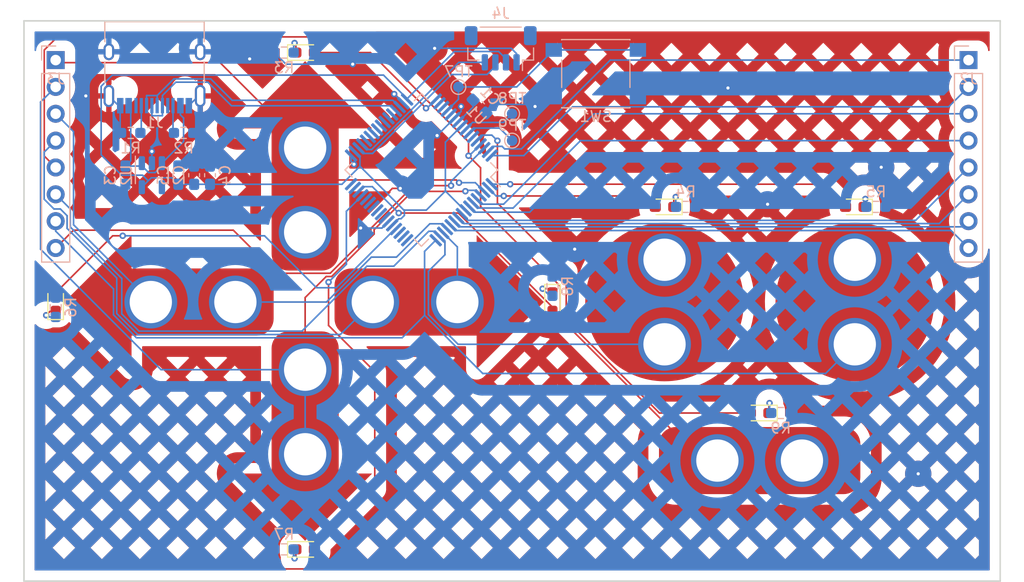
<source format=kicad_pcb>
(kicad_pcb (version 20211014) (generator pcbnew)
  (layers (0 "F.Cu" signal) (31 "B.Cu" signal) (34 "B.Paste" user) (35 "F.Paste" user) (36 "B.SilkS" user "B.Silkscreen") (37 "F.SilkS" user "F.Silkscreen") (38 "B.Mask" user) (39 "F.Mask" user) (44 "Edge.Cuts" user))
  (net 0 "")
  (net 1 "GND")
  (net 2 "D+")
  (net 3 "Net-(J1-PadB5)")
  (net 5 "D-")
  (net 6 "Net-(J1-PadA5)")
  (net 8 "Up")
  (net 9 "Down")
  (net 10 "Left")
  (net 11 "Right")
  (net 12 "Spacebar")
  (net 13 "MouseClick")
  (net 14 "~{RST}")
  (net 15 "Net-(C1-Pad2)")
  (net 23 "SDA")
  (net 24 "SCL")
  (net 33 "Rmouse")
  (net 34 "1")
  (net 35 "2")
  (net 36 "3")
  (net 37 "4")
  (net 38 "5")
  (net 39 "6")
  (net 40 "7")
  (net 41 "8")
  (net 42 "Enter")
  (net 43 "Net-(D1-Pad2)")
  (net 49 "Net-(D2-Pad1)")
  (net 50 "Net-(D2-Pad2)")
  (net 51 "Net-(D4-Pad2)")
  (net 52 "Net-(D5-Pad2)")
  (net 53 "Net-(D6-Pad2)")
  (net 54 "Net-(D7-Pad2)")
  (net 55 "+3V3")
  (net 56 "VBUS")
  (net 57 "Net-(D1-Pad1)")
  (net 58 "Net-(D4-Pad1)")
  (net 59 "Net-(D5-Pad1)")
  (net 60 "Net-(D6-Pad1)")
  (net 61 "Net-(D7-Pad1)")
  (net 64 "SWCLK")
  (net 66 "SWDIO")
  (net 67 "Net-(D3-Pad1)")
  (net 68 "Net-(D3-Pad2)")
  (footprint "CapTouchKeyboard:Arrow_Gator" (layer "F.Cu") (at 52 41.4)
    (fp_text reference "TP1")
    (fp_text value "TestPoint")
  )
  (footprint "CapTouchKeyboard:Arrow_Gator" (layer "F.Cu") (at 52 62.4 180)
    (fp_text reference "TP2")
    (fp_text value "TestPoint")
  )
  (footprint "CapTouchKeyboard:Arrow_Gator" (layer "F.Cu") (at 41.4 52 90)
    (fp_text reference "TP3")
    (fp_text value "TestPoint")
  )
  (footprint "CapTouchKeyboard:Arrow_Gator" (layer "F.Cu") (at 62.4 52 -90)
    (fp_text reference "TP4")
    (fp_text value "TestPoint")
  )
  (footprint "CapTouchKeyboard:Circular_Gator" (layer "F.Cu") (at 104 52)
    (fp_text reference "TP5")
    (fp_text value "TestPoint")
  )
  (footprint "CapTouchKeyboard:Circular_Gator" (layer "F.Cu") (at 86 52)
    (fp_text reference "TP6")
    (fp_text value "TestPoint")
  )
  (footprint "CapTouchKeyboard:Gator" (layer "F.Cu") (at 95 67 90)
    (fp_text reference "TP11" hide)
    (fp_text value "TestPoint")
  )
  (footprint "LED_SMD:LED_0603_1608Metric_Pad1.05x0.95mm_HandSolder" (layer "F.Cu") (at 86 43 180)
    (fp_text reference "D2" hide)
    (fp_text value "LED")
  )
  (footprint "LED_SMD:LED_0603_1608Metric_Pad1.05x0.95mm_HandSolder" (layer "F.Cu") (at 28.4 52 90)
    (fp_text reference "D4" hide)
    (fp_text value "LED")
  )
  (footprint "LED_SMD:LED_0603_1608Metric_Pad1.05x0.95mm_HandSolder" (layer "F.Cu") (at 52 75.4)
    (fp_text reference "D5" hide)
    (fp_text value "LED")
  )
  (footprint "LED_SMD:LED_0603_1608Metric_Pad1.05x0.95mm_HandSolder" (layer "F.Cu") (at 95 62.5 180)
    (fp_text reference "D7" hide)
    (fp_text value "LED")
  )
  (footprint "LED_SMD:LED_0603_1608Metric_Pad1.05x0.95mm_HandSolder" (layer "F.Cu") (at 104 43 180)
    (fp_text reference "D3" hide)
    (fp_text value "LED")
  )
  (footprint "LED_SMD:LED_0603_1608Metric_Pad1.05x0.95mm_HandSolder" (layer "F.Cu") (at 75.4 52 -90)
    (fp_text reference "D6" hide)
    (fp_text value "LED")
  )
  (footprint "LED_SMD:LED_0603_1608Metric_Pad1.05x0.95mm_HandSolder" (layer "F.Cu") (at 52 28.4)
    (fp_text reference "D1" hide)
    (fp_text value "LED")
  )
  (footprint "Connector_USB:USB_C_Receptacle_HRO_TYPE-C-31-M-12" (layer "B.Cu") (at 37.75 29.375)
    (fp_text reference "J1")
    (fp_text value "USB_C_Receptacle_USB2.0")
  )
  (footprint "Package_QFP:TQFP-64_10x10mm_P0.5mm" (layer "B.Cu") (at 63 39.5 135)
    (fp_text reference "U1")
    (fp_text value "ATSAMD21J18A-A")
  )
  (footprint "Connector_PinSocket_2.54mm:PinSocket_1x08_P2.54mm_Vertical" (layer "B.Cu") (at 114.76 29.11 180)
    (fp_text reference "J2")
    (fp_text value "8-pin_header")
  )
  (footprint "Connector_PinSocket_2.54mm:PinSocket_1x08_P2.54mm_Vertical" (layer "B.Cu") (at 28.4 29.11 180)
    (fp_text reference "J3")
    (fp_text value "8-pin_header")
  )
  (footprint "Capacitor_SMD:C_0603_1608Metric_Pad1.08x0.95mm_HandSolder" (layer "B.Cu") (at 40 40 -90)
    (fp_text reference "C5")
    (fp_text value "1uF")
  )
  (footprint "Capacitor_SMD:C_0603_1608Metric_Pad1.08x0.95mm_HandSolder" (layer "B.Cu") (at 68.5 33.5 135)
    (fp_text reference "C1")
    (fp_text value "1uF")
  )
  (footprint "Capacitor_SMD:C_0603_1608Metric_Pad1.08x0.95mm_HandSolder" (layer "B.Cu") (at 41.5 40 -90)
    (fp_text reference "C2")
    (fp_text value "1uF")
  )
  (footprint "Capacitor_SMD:C_0603_1608Metric_Pad1.08x0.95mm_HandSolder" (layer "B.Cu") (at 35 40 -90)
    (fp_text reference "C3")
    (fp_text value "1uF")
  )
  (footprint "Capacitor_SMD:C_0603_1608Metric_Pad1.08x0.95mm_HandSolder" (layer "B.Cu") (at 43 40 90)
    (fp_text reference "C4")
    (fp_text value "1uF")
  )
  (footprint "Resistor_SMD:R_0603_1608Metric_Pad0.98x0.95mm_HandSolder" (layer "B.Cu") (at 35.5 36)
    (fp_text reference "R1")
    (fp_text value "5.1k")
  )
  (footprint "Resistor_SMD:R_0603_1608Metric_Pad0.98x0.95mm_HandSolder" (layer "B.Cu") (at 40.5 36)
    (fp_text reference "R2")
    (fp_text value "5.1k")
  )
  (footprint "TestPoint:TestPoint_Pad_D1.0mm" (layer "B.Cu") (at 66.5 31.65 180)
    (fp_text reference "TP7")
    (fp_text value "TestPoint")
  )
  (footprint "Resistor_SMD:R_0603_1608Metric_Pad0.98x0.95mm_HandSolder" (layer "B.Cu") (at 88 43 180)
    (fp_text reference "R4")
    (fp_text value "100")
  )
  (footprint "Resistor_SMD:R_0603_1608Metric_Pad0.98x0.95mm_HandSolder" (layer "B.Cu") (at 106 43 180)
    (fp_text reference "R5")
    (fp_text value "100")
  )
  (footprint "Resistor_SMD:R_0603_1608Metric_Pad0.98x0.95mm_HandSolder" (layer "B.Cu") (at 75.4 50.5 90)
    (fp_text reference "R8")
    (fp_text value "100")
  )
  (footprint "TestPoint:TestPoint_Pad_D1.0mm" (layer "B.Cu") (at 71.58 36.73 180)
    (fp_text reference "TP9")
    (fp_text value "TestPoint")
  )
  (footprint "Resistor_SMD:R_0603_1608Metric_Pad0.98x0.95mm_HandSolder" (layer "B.Cu") (at 28.4 52.5 90)
    (fp_text reference "R6")
    (fp_text value "100")
  )
  (footprint "Package_TO_SOT_SMD:SOT-23-5" (layer "B.Cu") (at 37.5 40 -90)
    (fp_text reference "U2")
    (fp_text value "MIC5365-3.3YD5")
  )
  (footprint "Button_Switch_SMD:SW_SPST_PTS645" (layer "B.Cu") (at 79.5 30.4)
    (fp_text reference "SW1")
    (fp_text value "SW_Push")
  )
  (footprint "Connector_JST:JST_SH_BM04B-SRSS-TB_1x04-1MP_P1.00mm_Vertical" (layer "B.Cu") (at 70.5 28 180)
    (fp_text reference "J4")
    (fp_text value "Conn_01x04_Female")
  )
  (footprint "Resistor_SMD:R_0603_1608Metric_Pad0.98x0.95mm_HandSolder" (layer "B.Cu") (at 50 28.4)
    (fp_text reference "R3")
    (fp_text value "100")
  )
  (footprint "Resistor_SMD:R_0603_1608Metric_Pad0.98x0.95mm_HandSolder" (layer "B.Cu") (at 97 62.5)
    (fp_text reference "R9")
    (fp_text value "100")
  )
  (footprint "TestPoint:TestPoint_Pad_D1.0mm" (layer "B.Cu") (at 71.58 34.19 180)
    (fp_text reference "TP8")
    (fp_text value "TestPoint")
  )
  (footprint "Resistor_SMD:R_0603_1608Metric_Pad0.98x0.95mm_HandSolder" (layer "B.Cu") (at 50 75.4 180)
    (fp_text reference "R7")
    (fp_text value "100")
  )
  (gr_line (start 25.4 78.4) (end 117.76 78.4) (layer "Edge.Cuts") (width 0.15))
  (gr_line (start 25.4 25.4) (end 25.4 78.4) (layer "Edge.Cuts") (width 0.15))
  (gr_line (start 25.4 25.4) (end 117.76 25.4) (layer "Edge.Cuts") (width 0.15))
  (gr_line (start 117.76 25.4) (end 117.76 78.4) (layer "Edge.Cuts") (width 0.15))
  (segment (start 60.25 41.25) (end 59.75 41.75) (width 0.1524) (layer "F.Cu") (net 1))
  (segment (start 52 77.25) (end 49.5 77.25) (width 0.1524) (layer "F.Cu") (net 1))
  (segment (start 61 41.25) (end 60.25 41.25) (width 0.1524) (layer "F.Cu") (net 1))
  (via (at 31.25 32.5) (size 0.6048) (drill 0.3) (layers "F.Cu" "B.Cu") (net 1))
  (via (at 77.5 47) (size 0.6048) (drill 0.3) (layers "F.Cu" "B.Cu") (net 1))
  (via (at 110 68.25) (size 0.6048) (drill 0.3) (layers "F.Cu" "B.Cu") (net 1))
  (via (at 37.5 37.75) (size 0.6048) (drill 0.3) (layers "F.Cu" "B.Cu") (net 1))
  (via (at 73.75 33.5) (size 0.6048) (drill 0.3) (layers "F.Cu" "B.Cu") (net 1))
  (via (at 106.5 39.25) (size 0.6048) (drill 0.3) (layers "F.Cu" "B.Cu") (net 1))
  (via (at 66.75 33.5) (size 0.6048) (drill 0.3) (layers "F.Cu" "B.Cu") (net 1))
  (via (at 46.75 29) (size 0.6048) (drill 0.3) (layers "F.Cu" "B.Cu") (net 1))
  (via (at 56.623729 38.967229) (size 0.6048) (drill 0.3) (layers "F.Cu" "B.Cu") (net 1))
  (via (at 95.75 42.75) (size 0.6048) (drill 0.3) (layers "F.Cu" "B.Cu") (net 1))
  (via (at 64.482233 36.25) (size 0.6048) (drill 0.3) (layers "F.Cu" "B.Cu") (net 1))
  (via (at 57.25 45) (size 0.6048) (drill 0.3) (layers "F.Cu" "B.Cu") (net 1))
  (via (at 61 41.25) (size 0.6048) (drill 0.3) (layers "F.Cu" "B.Cu") (net 1))
  (via (at 56.5 29.5) (size 0.6048) (drill 0.3) (layers "F.Cu" "B.Cu") (net 1))
  (via (at 64.25 28) (size 0.6048) (drill 0.3) (layers "F.Cu" "B.Cu") (net 1))
  (via (at 60.423097 32.326903) (size 0.6048) (drill 0.3) (layers "F.Cu" "B.Cu") (net 1))
  (via (at 92 31.75) (size 0.6048) (drill 0.3) (layers "F.Cu" "B.Cu") (net 1))
  (segment (start 41.915 32.505) (end 41 33.42) (width 0.1524) (layer "B.Cu") (net 1))
  (segment (start 64.25 28) (end 64.25482 27.99518) (width 0.1524) (layer "B.Cu") (net 1))
  (segment (start 59.267767 45) (end 57.25 45) (width 0.1524) (layer "B.Cu") (net 1))
  (segment (start 37.5 38.8625) (end 37.5 37.75) (width 0.1524) (layer "B.Cu") (net 1))
  (segment (start 49.0875 28.4) (end 50.1875 29.5) (width 0.1524) (layer "B.Cu") (net 1))
  (segment (start 34.345 33.42) (end 33.43 32.505) (width 0.1524) (layer "B.Cu") (net 1))
  (segment (start 42.07 32.505) (end 41.915 32.505) (width 0.1524) (layer "B.Cu") (net 1))
  (segment (start 71.49518 27.99518) (end 72 28.5) (width 0.1524) (layer "B.Cu") (net 1))
  (segment (start 64.482233 36.25) (end 66.75 33.982233) (width 0.1524) (layer "B.Cu") (net 1))
  (segment (start 69.10988 34.10988) (end 69.91544 33.30432) (width 0.1524) (layer "B.Cu") (net 1))
  (segment (start 66.75 33.982233) (end 66.75 33.5) (width 0.1524) (layer "B.Cu") (net 1))
  (segment (start 34.5875 36) (end 34.5 35.9125) (width 0.1524) (layer "B.Cu") (net 1))
  (segment (start 34.5 33.42) (end 34.345 33.42) (width 0.1524) (layer "B.Cu") (net 1))
  (segment (start 73.25 43.5) (end 74 42.75) (width 0.1524) (layer "B.Cu") (net 1))
  (segment (start 67.534322 42.973662) (end 68.06066 43.5) (width 0.1524) (layer "B.Cu") (net 1))
  (segment (start 61.294105 33.197911) (end 60.423097 32.326903) (width 0.1524) (layer "B.Cu") (net 1))
  (segment (start 50.1875 29.5) (end 56.5 29.5) (width 0.1524) (layer "B.Cu") (net 1))
  (segment (start 69.91544 33.30432) (end 73.55432 33.30432) (width 0.1524) (layer "B.Cu") (net 1))
  (segment (start 72 28.5) (end 72 29.325) (width 0.1524) (layer "B.Cu") (net 1))
  (segment (start 56.344357 38.147658) (end 56.344357 38.687857) (width 0.1524) (layer "B.Cu") (net 1))
  (segment (start 56.344357 38.687857) (end 56.623729 38.967229) (width 0.1524) (layer "B.Cu") (net 1))
  (segment (start 68.06066 43.5) (end 73.25 43.5) (width 0.1524) (layer "B.Cu") (net 1))
  (segment (start 73.55432 33.30432) (end 73.75 33.5) (width 0.1524) (layer "B.Cu") (net 1))
  (segment (start 34.5 35.9125) (end 34.5 33.42) (width 0.1524) (layer "B.Cu") (net 1))
  (segment (start 59.879891 44.387876) (end 59.267767 45) (width 0.1524) (layer "B.Cu") (net 1))
  (segment (start 64.25482 27.99518) (end 71.49518 27.99518) (width 0.1524) (layer "B.Cu") (net 1))
  (segment (start 60.587 33.905) (end 60.1148 33.4328) (width 0.1524) (layer "B.Cu") (net 2))
  (segment (start 45.0316 33.4328) (end 42.7997 31.2009) (width 0.1524) (layer "B.Cu") (net 2))
  (segment (start 60.1148 33.4328) (end 45.0316 33.4328) (width 0.1524) (layer "B.Cu") (net 2))
  (segment (start 38.5 33.42) (end 38.5 32.4661) (width 0.1524) (layer "B.Cu") (net 2))
  (segment (start 42.7997 31.2009) (end 39.7652 31.2009) (width 0.1524) (layer "B.Cu") (net 2))
  (segment (start 38.5 34.3739) (end 37.5 34.3739) (width 0.1524) (layer "B.Cu") (net 2))
  (segment (start 39.7652 31.2009) (end 38.5 32.4661) (width 0.1524) (layer "B.Cu") (net 2))
  (segment (start 37.5 33.42) (end 37.5 34.3739) (width 0.1524) (layer "B.Cu") (net 2))
  (segment (start 38.5 33.42) (end 38.5 34.3739) (width 0.1524) (layer "B.Cu") (net 2))
  (segment (start 39.5875 36) (end 39.5 35.9125) (width 0.1524) (layer "B.Cu") (net 3))
  (segment (start 39.5 35.9125) (end 39.5 33.42) (width 0.1524) (layer "B.Cu") (net 3))
  (segment (start 37 33.42) (end 37 32.4661) (width 0.1524) (layer "B.Cu") (net 5))
  (segment (start 43.0696 30.8916) (end 39.5745 30.8916) (width 0.1524) (layer "B.Cu") (net 5))
  (segment (start 38 33.42) (end 38 32.4661) (width 0.1524) (layer "B.Cu") (net 5))
  (segment (start 39.5745 30.8916) (end 38 32.4661) (width 0.1524) (layer "B.Cu") (net 5))
  (segment (start 45.0935 32.9155) (end 43.0696 30.8916) (width 0.1524) (layer "B.Cu") (net 5))
  (segment (start 60.3046 32.9155) (end 45.0935 32.9155) (width 0.1524) (layer "B.Cu") (net 5))
  (segment (start 60.9406 33.5515) (end 60.3046 32.9155) (width 0.1524) (layer "B.Cu") (net 5))
  (segment (start 37 32.4661) (end 38 32.4661) (width 0.1524) (layer "B.Cu") (net 5))
  (segment (start 36.4125 36) (end 36.5 35.9125) (width 0.1524) (layer "B.Cu") (net 6))
  (segment (start 36.5 35.9125) (end 36.5 33.42) (width 0.1524) (layer "B.Cu") (net 6))
  (segment (start 52.6774 38.0774) (end 52.6774 40.4527) (width 0.1524) (layer "F.Cu") (net 8))
  (segment (start 28.4 29.11) (end 28.64312 29.35312) (width 0.1524) (layer "F.Cu") (net 8))
  (segment (start 52 32.4) (end 52 37.4) (width 0.1524) (layer "F.Cu") (net 8))
  (segment (start 52.6774 40.4527) (end 66.3042 40.4527) (width 0.1524) (layer "F.Cu") (net 8))
  (segment (start 66.3042 40.4527) (end 66.5603 40.7088) (width 0.1524) (layer "F.Cu") (net 8))
  (segment (start 28.64312 29.35312) (end 43.95312 29.35312) (width 0.1524) (layer "F.Cu") (net 8))
  (segment (start 43.95312 29.35312) (end 52 37.4) (width 0.1524) (layer "F.Cu") (net 8))
  (segment (start 52 37.4) (end 52.6774 38.0774) (width 0.1524) (layer "F.Cu") (net 8))
  (segment (start 52 41.4) (end 52 45.4) (width 0.1524) (layer "F.Cu") (net 8))
  (segment (start 52.6774 40.7226) (end 52 41.4) (width 0.1524) (layer "F.Cu") (net 8))
  (segment (start 52.6774 40.4527) (end 52.6774 40.7226) (width 0.1524) (layer "F.Cu") (net 8))
  (via (at 66.5603 40.7088) (size 0.6048) (drill 0.3) (layers "F.Cu" "B.Cu") (net 8))
  (segment (start 68.9485 41.5594) (end 68.0979 40.7088) (width 0.1524) (layer "B.Cu") (net 8))
  (segment (start 68.0979 40.7088) (end 66.5603 40.7088) (width 0.1524) (layer "B.Cu") (net 8))
  (segment (start 58.5253 45.1571) (end 58.5253 45.5693) (width 0.1524) (layer "F.Cu") (net 9))
  (segment (start 67.1424 41.5341) (end 62.1483 41.5341) (width 0.1524) (layer "F.Cu") (net 9))
  (segment (start 52 51.5799) (end 52 58.4) (width 0.1524) (layer "F.Cu") (net 9))
  (segment (start 52 62.4) (end 52 58.4) (width 0.1524) (layer "F.Cu") (net 9))
  (segment (start 52 71.4) (end 52 66.4) (width 0.1524) (layer "F.Cu") (net 9))
  (segment (start 53.9942 49.5857) (end 52 51.5799) (width 0.1524) (layer "F.Cu") (net 9))
  (segment (start 58.5253 45.5693) (end 54.5089 49.5857) (width 0.1524) (layer "F.Cu") (net 9))
  (segment (start 54.5089 49.5857) (end 53.9942 49.5857) (width 0.1524) (layer "F.Cu") (net 9))
  (segment (start 67.1597 41.5168) (end 67.1424 41.5341) (width 0.1524) (layer "F.Cu") (net 9))
  (segment (start 62.1483 41.5341) (end 58.5253 45.1571) (width 0.1524) (layer "F.Cu") (net 9))
  (via (at 67.1597 41.5168) (size 0.6048) (drill 0.3) (layers "F.Cu" "B.Cu") (net 9))
  (segment (start 52 66.4) (end 52 58.4) (width 0.1524) (layer "B.Cu") (net 9))
  (segment (start 38.3638 58.4) (end 52 58.4) (width 0.1524) (layer "B.Cu") (net 9))
  (segment (start 68.1155 41.4335) (end 67.243 41.4335) (width 0.1524) (layer "B.Cu") (net 9))
  (segment (start 67.243 41.4335) (end 67.1597 41.5168) (width 0.1524) (layer "B.Cu") (net 9))
  (segment (start 68.595 41.913) (end 68.1155 41.4335) (width 0.1524) (layer "B.Cu") (net 9))
  (segment (start 26.9688 33.0812) (end 26.9688 47.005) (width 0.1524) (layer "B.Cu") (net 9))
  (segment (start 26.9688 47.005) (end 38.3638 58.4) (width 0.1524) (layer "B.Cu") (net 9))
  (segment (start 28.4 31.65) (end 26.9688 33.0812) (width 0.1524) (layer "B.Cu") (net 9))
  (segment (start 41.4 52) (end 37.4 52) (width 0.1524) (layer "F.Cu") (net 10))
  (segment (start 32.4 52) (end 37.4 52) (width 0.1524) (layer "F.Cu") (net 10))
  (segment (start 41.4 52) (end 45.4 52) (width 0.1524) (layer "F.Cu") (net 10))
  (segment (start 28.4 34.19) (end 30.0891 35.8791) (width 0.1524) (layer "B.Cu") (net 10))
  (segment (start 30.0891 44.6891) (end 37.4 52) (width 0.1524) (layer "B.Cu") (net 10))
  (segment (start 58.2695 47.7511) (end 60.641 47.7511) (width 0.1524) (layer "B.Cu") (net 10))
  (segment (start 30.0891 35.8791) (end 30.0891 44.6891) (width 0.1524) (layer "B.Cu") (net 10))
  (segment (start 45.4 52) (end 54.0206 52) (width 0.1524) (layer "B.Cu") (net 10))
  (segment (start 63.7956 44.5965) (end 64.9145 44.5965) (width 0.1524) (layer "B.Cu") (net 10))
  (segment (start 64.9145 44.5965) (end 65.413 45.095) (width 0.1524) (layer "B.Cu") (net 10))
  (segment (start 54.0206 52) (end 58.2695 47.7511) (width 0.1524) (layer "B.Cu") (net 10))
  (segment (start 60.641 47.7511) (end 63.7956 44.5965) (width 0.1524) (layer "B.Cu") (net 10))
  (segment (start 66.4 52) (end 62.4 52) (width 0.1524) (layer "F.Cu") (net 11))
  (segment (start 66.4 52) (end 71.4 52) (width 0.1524) (layer "F.Cu") (net 11))
  (segment (start 62.4 52) (end 58.4 52) (width 0.1524) (layer "F.Cu") (net 11))
  (segment (start 34.1762 49.7302) (end 34.1762 53.0842) (width 0.1524) (layer "B.Cu") (net 11))
  (segment (start 66.4 52) (end 66.4 46.7891) (width 0.1524) (layer "B.Cu") (net 11))
  (segment (start 66.4 46.7891) (end 65.0594 45.4485) (width 0.1524) (layer "B.Cu") (net 11))
  (segment (start 36.1675 55.0755) (end 55.3245 55.0755) (width 0.1524) (layer "B.Cu") (net 11))
  (segment (start 28.2372 43.1973) (end 28.8434 43.1973) (width 0.1524) (layer "B.Cu") (net 11))
  (segment (start 27.3124 42.2725) (end 28.2372 43.1973) (width 0.1524) (layer "B.Cu") (net 11))
  (segment (start 28.8434 43.1973) (end 29.4789 43.8328) (width 0.1524) (layer "B.Cu") (net 11))
  (segment (start 27.3124 37.8176) (end 27.3124 42.2725) (width 0.1524) (layer "B.Cu") (net 11))
  (segment (start 55.3245 55.0755) (end 58.4 52) (width 0.1524) (layer "B.Cu") (net 11))
  (segment (start 34.1762 53.0842) (end 36.1675 55.0755) (width 0.1524) (layer "B.Cu") (net 11))
  (segment (start 29.4789 43.8328) (end 29.4789 45.0329) (width 0.1524) (layer "B.Cu") (net 11))
  (segment (start 28.4 36.73) (end 27.3124 37.8176) (width 0.1524) (layer "B.Cu") (net 11))
  (segment (start 29.4789 45.0329) (end 34.1762 49.7302) (width 0.1524) (layer "B.Cu") (net 11))
  (segment (start 27.321 38.191) (end 27.321 28.1563) (width 0.1524) (layer "F.Cu") (net 12))
  (segment (start 76.13 53.5416) (end 89.5884 67) (width 0.1524) (layer "F.Cu") (net 12))
  (segment (start 27.321 28.1563) (end 28.5607 26.9166) (width 0.1524) (layer "F.Cu") (net 12))
  (segment (start 76.13 50.4926) (end 76.13 53.5416) (width 0.1524) (layer "F.Cu") (net 12))
  (segment (start 28.5607 26.9166) (end 57.5317 26.9166) (width 0.1524) (layer "F.Cu") (net 12))
  (segment (start 67.4564 38.1603) (end 68.5954 39.2993) (width 0.1524) (layer "F.Cu") (net 12))
  (segment (start 28.4 39.27) (end 27.321 38.191) (width 0.1524) (layer "F.Cu") (net 12))
  (segment (start 68.5954 42.958) (end 76.13 50.4926) (width 0.1524) (layer "F.Cu") (net 12))
  (segment (start 89.5884 67) (end 91 67) (width 0.1524) (layer "F.Cu") (net 12))
  (segment (start 57.5317 26.9166) (end 67.4564 36.8413) (width 0.1524) (layer "F.Cu") (net 12))
  (segment (start 67.4564 36.8413) (end 67.4564 38.1603) (width 0.1524) (layer "F.Cu") (net 12))
  (segment (start 68.5954 39.2993) (end 68.5954 42.958) (width 0.1524) (layer "F.Cu") (net 12))
  (segment (start 91 67) (end 95 67) (width 0.1524) (layer "F.Cu") (net 12))
  (segment (start 95 67) (end 99 67) (width 0.1524) (layer "F.Cu") (net 12))
  (via (at 67.4564 38.1603) (size 0.6048) (drill 0.3) (layers "F.Cu" "B.Cu") (net 12))
  (segment (start 67.4564 38.1602) (end 67.4564 38.1603) (width 0.1524) (layer "B.Cu") (net 12))
  (segment (start 68.595 37.087) (end 67.5218 38.1602) (width 0.1524) (layer "B.Cu") (net 12))
  (segment (start 67.5218 38.1602) (end 67.4564 38.1602) (width 0.1524) (layer "B.Cu") (net 12))
  (segment (start 86 52) (end 86 56) (width 0.1524) (layer "F.Cu") (net 13))
  (segment (start 86 48) (end 86 52) (width 0.1524) (layer "F.Cu") (net 13))
  (segment (start 66.4717 56) (end 86 56) (width 0.1524) (layer "B.Cu") (net 13))
  (segment (start 29.784 44.9063) (end 34.6539 49.7762) (width 0.1524) (layer "B.Cu") (net 13))
  (segment (start 63.6678 49.0879) (end 63.6678 53.1961) (width 0.1524) (layer "B.Cu") (net 13))
  (segment (start 51.7025 54.7496) (end 57.842 48.6101) (width 0.1524) (layer "B.Cu") (net 13))
  (segment (start 63.692 45.3068) (end 64.2106 45.3068) (width 0.1524) (layer "B.Cu") (net 13))
  (segment (start 65.2252 46.3214) (end 65.2252 47.5305) (width 0.1524) (layer "B.Cu") (net 13))
  (segment (start 29.784 43.194) (end 29.784 44.9063) (width 0.1524) (layer "B.Cu") (net 13))
  (segment (start 28.4 41.81) (end 29.784 43.194) (width 0.1524) (layer "B.Cu") (net 13))
  (segment (start 34.6539 53.1251) (end 36.2784 54.7496) (width 0.1524) (layer "B.Cu") (net 13))
  (segment (start 65.2252 47.5305) (end 63.6678 49.0879) (width 0.1524) (layer "B.Cu") (net 13))
  (segment (start 34.6539 49.7762) (end 34.6539 53.1251) (width 0.1524) (layer "B.Cu") (net 13))
  (segment (start 64.2106 45.3068) (end 65.2252 46.3214) (width 0.1524) (layer "B.Cu") (net 13))
  (segment (start 60.3887 48.6101) (end 63.692 45.3068) (width 0.1524) (layer "B.Cu") (net 13))
  (segment (start 36.2784 54.7496) (end 51.7025 54.7496) (width 0.1524) (layer "B.Cu") (net 13))
  (segment (start 57.842 48.6101) (end 60.3887 48.6101) (width 0.1524) (layer "B.Cu") (net 13))
  (segment (start 63.6678 53.1961) (end 66.4717 56) (width 0.1524) (layer "B.Cu") (net 13))
  (segment (start 72.02 31.65) (end 66.5 31.65) (width 0.1524) (layer "B.Cu") (net 14))
  (segment (start 66.5 31.65) (end 66.5 32.818) (width 0.1524) (layer "B.Cu") (net 14))
  (segment (start 75.52 28.15) (end 72.02 31.65) (width 0.1524) (layer "B.Cu") (net 14))
  (segment (start 66.5 32.818) (end 65.413 33.905) (width 0.1524) (layer "B.Cu") (net 14))
  (segment (start 83.48 28.15) (end 75.52 28.15) (width 0.1524) (layer "B.Cu") (net 14))
  (segment (start 67.8901 33.5493) (end 66.4737 34.9657) (width 0.1524) (layer "B.Cu") (net 15))
  (segment (start 67.8901 32.8901) (end 67.8901 33.5493) (width 0.1524) (layer "B.Cu") (net 15))
  (segment (start 70 29.6844) (end 70 29.325) (width 0.1524) (layer "B.Cu") (net 23))
  (segment (start 69.2096 30.4748) (end 70 29.6844) (width 0.1524) (layer "B.Cu") (net 23))
  (segment (start 58.3764 37.9465) (end 65.8481 30.4748) (width 0.1524) (layer "B.Cu") (net 23))
  (segment (start 65.8481 30.4748) (end 69.2096 30.4748) (width 0.1524) (layer "B.Cu") (net 23))
  (segment (start 57.5574 37.9465) (end 58.3764 37.9465) (width 0.1524) (layer "B.Cu") (net 23))
  (segment (start 57.0515 37.4406) (end 57.5574 37.9465) (width 0.1524) (layer "B.Cu") (net 23))
  (segment (start 66.5343 29.325) (end 69 29.325) (width 0.1524) (layer "B.Cu") (net 24))
  (segment (start 57.405 37.087) (end 57.8885 37.5705) (width 0.1524) (layer "B.Cu") (net 24))
  (segment (start 58.2888 37.5705) (end 66.5343 29.325) (width 0.1524) (layer "B.Cu") (net 24))
  (segment (start 57.8885 37.5705) (end 58.2888 37.5705) (width 0.1524) (layer "B.Cu") (net 24))
  (segment (start 104 56) (end 104 52) (width 0.1524) (layer "F.Cu") (net 33))
  (segment (start 104 52) (end 104 48) (width 0.1524) (layer "F.Cu") (net 33))
  (segment (start 104 56) (end 101.2401 58.7599) (width 0.1524) (layer "B.Cu") (net 33))
  (segment (start 33.8711 50.765) (end 33.8711 53.2107) (width 0.1524) (layer "B.Cu") (net 33))
  (segment (start 63.2991 47.2088) (end 64.3523 46.1556) (width 0.1524) (layer "B.Cu") (net 33))
  (segment (start 101.2401 58.7599) (end 68.7999 58.7599) (width 0.1524) (layer "B.Cu") (net 33))
  (segment (start 28.4 44.35) (end 28.4 45.2939) (width 0.1524) (layer "B.Cu") (net 33))
  (segment (start 33.8711 53.2107) (end 36.041 55.3806) (width 0.1524) (layer "B.Cu") (net 33))
  (segment (start 61.1776 55.3806) (end 63.2991 53.2591) (width 0.1524) (layer "B.Cu") (net 33))
  (segment (start 28.4 45.2939) (end 33.8711 50.765) (width 0.1524) (layer "B.Cu") (net 33))
  (segment (start 36.041 55.3806) (end 61.1776 55.3806) (width 0.1524) (layer "B.Cu") (net 33))
  (segment (start 63.2991 53.2591) (end 63.2991 47.2088) (width 0.1524) (layer "B.Cu") (net 33))
  (segment (start 68.7999 58.7599) (end 63.2991 53.2591) (width 0.1524) (layer "B.Cu") (net 33))
  (segment (start 114.76 29.11) (end 80.8666 29.11) (width 0.1524) (layer "B.Cu") (net 34))
  (segment (start 69.8223 37.2739) (end 69.3021 37.7941) (width 0.1524) (layer "B.Cu") (net 34))
  (segment (start 72.4595 37.5171) (end 70.8757 37.5171) (width 0.1524) (layer "B.Cu") (net 34))
  (segment (start 70.6325 37.2739) (end 69.8223 37.2739) (width 0.1524) (layer "B.Cu") (net 34))
  (segment (start 70.8757 37.5171) (end 70.6325 37.2739) (width 0.1524) (layer "B.Cu") (net 34))
  (segment (start 80.8666 29.11) (end 72.4595 37.5171) (width 0.1524) (layer "B.Cu") (net 34))
  (segment (start 112.881 33.529) (end 77.3084 33.529) (width 0.1524) (layer "B.Cu") (net 35))
  (segment (start 72.6897 38.1477) (end 69.6556 38.1477) (width 0.1524) (layer "B.Cu") (net 35))
  (segment (start 77.3084 33.529) (end 72.6897 38.1477) (width 0.1524) (layer "B.Cu") (net 35))
  (segment (start 114.76 31.65) (end 112.881 33.529) (width 0.1524) (layer "B.Cu") (net 35))
  (segment (start 79.3294 34.19) (end 113.6811 34.19) (width 0.1524) (layer "B.Cu") (net 36))
  (segment (start 70.7757 42.7437) (end 79.3294 34.19) (width 0.1524) (layer "B.Cu") (net 36))
  (segment (start 68.2414 42.2666) (end 68.7185 42.7437) (width 0.1524) (layer "B.Cu") (net 36))
  (segment (start 114.76 34.19) (end 113.6811 34.19) (width 0.1524) (layer "B.Cu") (net 36))
  (segment (start 68.7185 42.7437) (end 70.7757 42.7437) (width 0.1524) (layer "B.Cu") (net 36))
  (segment (start 78.0529 36.73) (end 71.6743 43.1086) (width 0.1524) (layer "B.Cu") (net 37))
  (segment (start 71.6743 43.1086) (end 68.3764 43.1086) (width 0.1524) (layer "B.Cu") (net 37))
  (segment (start 68.3764 43.1086) (end 67.8879 42.6201) (width 0.1524) (layer "B.Cu") (net 37))
  (segment (start 114.76 36.73) (end 78.0529 36.73) (width 0.1524) (layer "B.Cu") (net 37))
  (segment (start 109.7557 44.2743) (end 67.4207 44.2743) (width 0.1524) (layer "B.Cu") (net 38))
  (segment (start 114.76 39.27) (end 109.7557 44.2743) (width 0.1524) (layer "B.Cu") (net 38))
  (segment (start 67.4207 44.2743) (end 66.8272 43.6808) (width 0.1524) (layer "B.Cu") (net 38))
  (segment (start 67.0188 44.5794) (end 66.4737 44.0343) (width 0.1524) (layer "B.Cu") (net 39))
  (segment (start 111.9906 44.5794) (end 67.0188 44.5794) (width 0.1524) (layer "B.Cu") (net 39))
  (segment (start 114.76 41.81) (end 111.9906 44.5794) (width 0.1524) (layer "B.Cu") (net 39))
  (segment (start 66.6167 44.8845) (end 66.1201 44.3879) (width 0.1524) (layer "B.Cu") (net 40))
  (segment (start 114.76 44.35) (end 114.2255 44.8845) (width 0.1524) (layer "B.Cu") (net 40))
  (segment (start 114.2255 44.8845) (end 66.6167 44.8845) (width 0.1524) (layer "B.Cu") (net 40))
  (segment (start 66.261 45.2358) (end 65.7666 44.7414) (width 0.1524) (layer "B.Cu") (net 41))
  (segment (start 113.1058 45.2358) (end 66.261 45.2358) (width 0.1524) (layer "B.Cu") (net 41))
  (segment (start 114.76 46.89) (end 113.1058 45.2358) (width 0.1524) (layer "B.Cu") (net 41))
  (segment (start 28.4 46.89) (end 30.0881 45.2019) (width 0.1524) (layer "F.Cu") (net 42))
  (segment (start 62.2626 40.9882) (end 65.8004 40.9882) (width 0.1524) (layer "F.Cu") (net 42))
  (segment (start 30.0881 45.2019) (end 45.2019 45.2019) (width 0.1524) (layer "F.Cu") (net 42))
  (segment (start 58.2202 45.0306) (end 62.2626 40.9882) (width 0.1524) (layer "F.Cu") (net 42))
  (segment (start 45.2019 45.2019) (end 49.2806 49.2806) (width 0.1524) (layer "F.Cu") (net 42))
  (segment (start 58.2202 45.4324) (end 58.2202 45.0306) (width 0.1524) (layer "F.Cu") (net 42))
  (segment (start 49.2806 49.2806) (end 54.372 49.2806) (width 0.1524) (layer "F.Cu") (net 42))
  (segment (start 54.372 49.2806) (end 58.2202 45.4324) (width 0.1524) (layer "F.Cu") (net 42))
  (via (at 65.8004 40.9882) (size 0.6048) (drill 0.3) (layers "F.Cu" "B.Cu") (net 42))
  (segment (start 65.8004 40.5887) (end 65.8004 40.9882) (width 0.1524) (layer "B.Cu") (net 42))
  (segment (start 68.9485 37.4406) (end 65.8004 40.5887) (width 0.1524) (layer "B.Cu") (net 42))
  (segment (start 58.174 28.4) (end 63.4364 33.6624) (width 0.1524) (layer "F.Cu") (net 43))
  (segment (start 52.875 28.4) (end 58.174 28.4) (width 0.1524) (layer "F.Cu") (net 43))
  (via (at 63.4364 33.6624) (size 0.6048) (drill 0.3) (layers "F.Cu" "B.Cu") (net 43))
  (segment (start 64.3523 32.8444) (end 63.5343 33.6624) (width 0.1524) (layer "B.Cu") (net 43))
  (segment (start 63.5343 33.6624) (end 63.4364 33.6624) (width 0.1524) (layer "B.Cu") (net 43))
  (segment (start 86.875 42.252) (end 86.875 43) (width 0.1524) (layer "F.Cu") (net 49))
  (segment (start 87.0611 42.0659) (end 86.875 42.252) (width 0.1524) (layer "F.Cu") (net 49))
  (via (at 87.0611 42.0659) (size 0.6048) (drill 0.3) (layers "F.Cu" "B.Cu") (net 49))
  (segment (start 87.0611 42.9736) (end 87.0611 42.0659) (width 0.1524) (layer "B.Cu") (net 49))
  (segment (start 87.0875 43) (end 87.0611 42.9736) (width 0.1524) (layer "B.Cu") (net 49))
  (segment (start 85.125 43) (end 84.0916 41.9666) (width 0.1524) (layer "F.Cu") (net 50))
  (segment (start 84.0916 41.9666) (end 70.7883 41.9666) (width 0.1524) (layer "F.Cu") (net 50))
  (via (at 70.7883 41.9666) (size 0.6048) (drill 0.3) (layers "F.Cu" "B.Cu") (net 50))
  (segment (start 70.0628 41.9666) (end 70.7883 41.9666) (width 0.1524) (layer "B.Cu") (net 50))
  (segment (start 69.3021 41.2059) (end 70.0628 41.9666) (width 0.1524) (layer "B.Cu") (net 50))
  (segment (start 33.7918 45.7332) (end 28.4 51.125) (width 0.1524) (layer "F.Cu") (net 51))
  (segment (start 34.7408 45.7332) (end 33.7918 45.7332) (width 0.1524) (layer "F.Cu") (net 51))
  (via (at 34.7408 45.7332) (size 0.6048) (drill 0.3) (layers "F.Cu" "B.Cu") (net 51))
  (segment (start 60.587 45.095) (end 60.4939 45.095) (width 0.1524) (layer "B.Cu") (net 51))
  (segment (start 53.0727 50.6485) (end 48.1574 45.7332) (width 0.1524) (layer "B.Cu") (net 51))
  (segment (start 48.1574 45.7332) (end 34.7408 45.7332) (width 0.1524) (layer "B.Cu") (net 51))
  (segment (start 60.4939 45.095) (end 54.9404 50.6485) (width 0.1524) (layer "B.Cu") (net 51))
  (segment (start 54.9404 50.6485) (end 53.0727 50.6485) (width 0.1524) (layer "B.Cu") (net 51))
  (segment (start 52.875 75.4) (end 58.586 69.689) (width 0.1524) (layer "F.Cu") (net 52))
  (segment (start 58.586 58.586) (end 54.2143 54.2143) (width 0.1524) (layer "F.Cu") (net 52))
  (segment (start 58.586 69.689) (end 58.586 58.586) (width 0.1524) (layer "F.Cu") (net 52))
  (segment (start 54.2143 54.2143) (end 54.2143 50.117) (width 0.1524) (layer "F.Cu") (net 52))
  (via (at 54.2143 50.117) (size 0.6048) (drill 0.3) (layers "F.Cu" "B.Cu") (net 52))
  (segment (start 55.9028 43.4152) (end 55.9028 48.4285) (width 0.1524) (layer "B.Cu") (net 52))
  (segment (start 57.405 41.913) (end 55.9028 43.4152) (width 0.1524) (layer "B.Cu") (net 52))
  (segment (start 55.9028 48.4285) (end 54.2143 50.117) (width 0.1524) (layer "B.Cu") (net 52))
  (segment (start 75.4 52.4884) (end 66.4933 43.5817) (width 0.1524) (layer "F.Cu") (net 53))
  (segment (start 75.4 52.875) (end 75.4 52.4884) (width 0.1524) (layer "F.Cu") (net 53))
  (segment (start 66.4933 43.5817) (end 60.8521 43.5817) (width 0.1524) (layer "F.Cu") (net 53))
  (via (at 60.8521 43.5817) (size 0.6048) (drill 0.3) (layers "F.Cu" "B.Cu") (net 53))
  (segment (start 58.356 41.0856) (end 60.8521 43.5817) (width 0.1524) (layer "B.Cu") (net 53))
  (segment (start 57.0515 41.5594) (end 57.5253 41.0856) (width 0.1524) (layer "B.Cu") (net 53))
  (segment (start 57.5253 41.0856) (end 58.356 41.0856) (width 0.1524) (layer "B.Cu") (net 53))
  (segment (start 70.19 36.7387) (end 70.19 42.6357) (width 0.1524) (layer "F.Cu") (net 54))
  (segment (start 70.19 42.6357) (end 76.6994 49.1451) (width 0.1524) (layer "F.Cu") (net 54))
  (segment (start 85.5202 62.5) (end 94.125 62.5) (width 0.1524) (layer "F.Cu") (net 54))
  (segment (start 76.6994 49.1451) (end 76.6994 53.6792) (width 0.1524) (layer "F.Cu") (net 54))
  (segment (start 76.6994 53.6792) (end 85.5202 62.5) (width 0.1524) (layer "F.Cu") (net 54))
  (via (at 70.19 36.7387) (size 0.6048) (drill 0.3) (layers "F.Cu" "B.Cu") (net 54))
  (segment (start 68.2414 36.7334) (end 68.7655 36.2093) (width 0.1524) (layer "B.Cu") (net 54))
  (segment (start 69.6606 36.2093) (end 70.19 36.7387) (width 0.1524) (layer "B.Cu") (net 54))
  (segment (start 68.7655 36.2093) (end 69.6606 36.2093) (width 0.1524) (layer "B.Cu") (net 54))
  (segment (start 34.6332 40) (end 36.6255 40) (width 0.1524) (layer "B.Cu") (net 55))
  (segment (start 36.55 41.1375) (end 37.44062 40.24688) (width 0.1524) (layer "B.Cu") (net 55))
  (segment (start 61.3883 43.8047) (end 61.0707 44.1223) (width 0.1524) (layer "B.Cu") (net 55))
  (segment (start 43 40.8625) (end 55.4787 40.8625) (width 0.1524) (layer "B.Cu") (net 55))
  (segment (start 63.4667 43.303) (end 65.269 41.5007) (width 0.1524) (layer "B.Cu") (net 55))
  (segment (start 41.5 40.8625) (end 43 40.8625) (width 0.1524) (layer "B.Cu") (net 55))
  (segment (start 61.0707 44.1223) (end 60.8525 44.1223) (width 0.1524) (layer "B.Cu") (net 55))
  (segment (start 61.3883 43.303) (end 61.3883 43.8047) (width 0.1524) (layer "B.Cu") (net 55))
  (segment (start 67.0955 43.3272) (end 67.1808 43.3272) (width 0.1524) (layer "B.Cu") (net 55))
  (segment (start 71 28.99) (end 71 29.325) (width 0.1524) (layer "B.Cu") (net 55))
  (segment (start 33.7583 30.5313) (end 32.701 31.5886) (width 0.1524) (layer "B.Cu") (net 55))
  (segment (start 61.3883 43.303) (end 63.4667 43.303) (width 0.1524) (layer "B.Cu") (net 55))
  (segment (start 32.701 38.0678) (end 34.6332 40) (width 0.1524) (layer "B.Cu") (net 55))
  (segment (start 65.269 41.5007) (end 67.0955 43.3272) (width 0.1524) (layer "B.Cu") (net 55))
  (segment (start 65.269 36.8774) (end 65.269 41.5007) (width 0.1524) (layer "B.Cu") (net 55))
  (segment (start 32.701 31.5886) (end 32.701 38.0678) (width 0.1524) (layer "B.Cu") (net 55))
  (segment (start 61.6477 32.7671) (end 59.4119 30.5313) (width 0.1524) (layer "B.Cu") (net 55))
  (segment (start 60.8525 44.1223) (end 60.2334 44.7414) (width 0.1524) (layer "B.Cu") (net 55))
  (segment (start 59.4119 30.5313) (end 33.7583 30.5313) (width 0.1524) (layer "B.Cu") (net 55))
  (segment (start 66.8272 35.3192) (end 65.269 36.8774) (width 0.1524) (layer "B.Cu") (net 55))
  (segment (start 39.38438 40.24688) (end 40 40.8625) (width 0.1524) (layer "B.Cu") (net 55))
  (segment (start 57.187 39.1542) (end 61.3358 43.303) (width 0.1524) (layer "B.Cu") (net 55))
  (segment (start 70.3095 28.2995) (end 71 28.99) (width 0.1524) (layer "B.Cu") (net 55))
  (segment (start 66.1153 28.2995) (end 70.3095 28.2995) (width 0.1524) (layer "B.Cu") (net 55))
  (segment (start 61.3358 43.303) (end 61.3883 43.303) (width 0.1524) (layer "B.Cu") (net 55))
  (segment (start 61.6477 32.7671) (end 61.6477 32.8444) (width 0.1524) (layer "B.Cu") (net 55))
  (segment (start 37.44062 40.24688) (end 39.38438 40.24688) (width 0.1524) (layer "B.Cu") (net 55))
  (segment (start 55.4787 40.8625) (end 57.187 39.1542) (width 0.1524) (layer "B.Cu") (net 55))
  (segment (start 57.187 38.2832) (end 56.6979 37.7941) (width 0.1524) (layer "B.Cu") (net 55))
  (segment (start 57.187 39.1542) (end 57.187 38.2832) (width 0.1524) (layer "B.Cu") (net 55))
  (segment (start 41.5 40.8625) (end 40 40.8625) (width 0.1524) (layer "B.Cu") (net 55))
  (segment (start 61.6477 32.7671) (end 66.1153 28.2995) (width 0.1524) (layer "B.Cu") (net 55))
  (segment (start 36.6255 40) (end 37.1013 40.4758) (width 0.1524) (layer "B.Cu") (net 55))
  (segment (start 35.5 38.6375) (end 35 39.1375) (width 0.1524) (layer "B.Cu") (net 56))
  (segment (start 37.193378 39.75312) (end 37.806622 39.75312) (width 0.1524) (layer "B.Cu") (net 56))
  (segment (start 40.5 36.8125) (end 38.45 38.8625) (width 0.1524) (layer "B.Cu") (net 56))
  (segment (start 35.5 33.62) (end 35.5 38.6375) (width 0.1524) (layer "B.Cu") (net 56))
  (segment (start 40.5 34.5974) (end 40.5 36.8125) (width 0.1524) (layer "B.Cu") (net 56))
  (segment (start 36.275 39.1375) (end 35 39.1375) (width 0.1524) (layer "B.Cu") (net 56))
  (segment (start 40.2 34.2974) (end 40.5 34.5974) (width 0.1524) (layer "B.Cu") (net 56))
  (segment (start 36.55 38.8625) (end 36.275 39.1375) (width 0.1524) (layer "B.Cu") (net 56))
  (segment (start 37.806622 39.75312) (end 38.45 39.109742) (width 0.1524) (layer "B.Cu") (net 56))
  (segment (start 38.45 38.8625) (end 38.45 39.109742) (width 0.1524) (layer "B.Cu") (net 56))
  (segment (start 35.3 33.42) (end 35.5 33.62) (width 0.1524) (layer "B.Cu") (net 56))
  (segment (start 40.2 33.42) (end 40.2 34.2974) (width 0.1524) (layer "B.Cu") (net 56))
  (segment (start 36.55 38.8625) (end 36.55 39.109742) (width 0.1524) (layer "B.Cu") (net 56))
  (segment (start 36.55 39.109742) (end 37.193378 39.75312) (width 0.1524) (layer "B.Cu") (net 56))
  (segment (start 51.125 28.4) (end 51.125 27.625) (width 0.1524) (layer "F.Cu") (net 57))
  (segment (start 51.125 27.625) (end 51 27.5) (width 0.1524) (layer "F.Cu") (net 57))
  (via (at 51 27.5) (size 0.6048) (drill 0.3) (layers "F.Cu" "B.Cu") (net 57))
  (segment (start 50.9125 28.4) (end 50.9125 27.5875) (width 0.1524) (layer "B.Cu") (net 57))
  (segment (start 50.9125 27.5875) (end 51 27.5) (width 0.1524) (layer "B.Cu") (net 57))
  (segment (start 27.875 52.875) (end 27.5 53.25) (width 0.1524) (layer "F.Cu") (net 58))
  (segment (start 28.4 52.875) (end 27.875 52.875) (width 0.1524) (layer "F.Cu") (net 58))
  (via (at 27.5 53.25) (size 0.6048) (drill 0.3) (layers "F.Cu" "B.Cu") (net 58))
  (segment (start 28.4 53.4125) (end 27.6625 53.4125) (width 0.1524) (layer "B.Cu") (net 58))
  (segment (start 27.6625 53.4125) (end 27.5 53.25) (width 0.1524) (layer "B.Cu") (net 58))
  (segment (start 51.125 75.4) (end 51.125 76.125) (width 0.1524) (layer "F.Cu") (net 59))
  (segment (start 51.125 76.125) (end 51 76.25) (width 0.1524) (layer "F.Cu") (net 59))
  (via (at 51 76.25) (size 0.6048) (drill 0.3) (layers "F.Cu" "B.Cu") (net 59))
  (segment (start 50.9125 75.4) (end 50.9125 76.1625) (width 0.1524) (layer "B.Cu") (net 59))
  (segment (start 50.9125 76.1625) (end 51 76.25) (width 0.1524) (layer "B.Cu") (net 59))
  (segment (start 74.4648 50.7413) (end 75.0163 50.7413) (width 0.1524) (layer "F.Cu") (net 60))
  (segment (start 75.0163 50.7413) (end 75.4 51.125) (width 0.1524) (layer "F.Cu") (net 60))
  (via (at 74.4648 50.7413) (size 0.6048) (drill 0.3) (layers "F.Cu" "B.Cu") (net 60))
  (segment (start 75.4 51.4125) (end 75.136 51.4125) (width 0.1524) (layer "B.Cu") (net 60))
  (segment (start 75.136 51.4125) (end 74.4648 50.7413) (width 0.1524) (layer "B.Cu") (net 60))
  (segment (start 95.9344 61.561) (end 95.875 61.6204) (width 0.1524) (layer "F.Cu") (net 61))
  (segment (start 95.875 61.6204) (end 95.875 62.5) (width 0.1524) (layer "F.Cu") (net 61))
  (via (at 95.9344 61.561) (size 0.6048) (drill 0.3) (layers "F.Cu" "B.Cu") (net 61))
  (segment (start 95.9344 62.3469) (end 95.9344 61.561) (width 0.1524) (layer "B.Cu") (net 61))
  (segment (start 96.0875 62.5) (end 95.9344 62.3469) (width 0.1524) (layer "B.Cu") (net 61))
  (segment (start 71.58 34.19) (end 70.7605 35.0095) (width 0.1524) (layer "B.Cu") (net 64))
  (segment (start 70.7605 35.0095) (end 67.8441 35.0095) (width 0.1524) (layer "B.Cu") (net 64))
  (segment (start 67.8441 35.0095) (end 67.1808 35.6728) (width 0.1524) (layer "B.Cu") (net 64))
  (segment (start 68.0188 35.5418) (end 70.3918 35.5418) (width 0.1524) (layer "B.Cu") (net 66))
  (segment (start 70.3918 35.5418) (end 71.58 36.73) (width 0.1524) (layer "B.Cu") (net 66))
  (segment (start 67.5343 36.0263) (end 68.0188 35.5418) (width 0.1524) (layer "B.Cu") (net 66))
  (segment (start 104.875 42.375) (end 105 42.25) (width 0.1524) (layer "F.Cu") (net 67))
  (segment (start 104.875 43) (end 104.875 42.375) (width 0.1524) (layer "F.Cu") (net 67))
  (via (at 105 42.25) (size 0.6048) (drill 0.3) (layers "F.Cu" "B.Cu") (net 67))
  (segment (start 105.0875 43) (end 105.0875 42.3375) (width 0.1524) (layer "B.Cu") (net 67))
  (segment (start 105.0875 42.3375) (end 105 42.25) (width 0.1524) (layer "B.Cu") (net 67))
  (segment (start 100.9773 40.8523) (end 71.3977 40.8523) (width 0.1524) (layer "F.Cu") (net 68))
  (segment (start 103.125 43) (end 100.9773 40.8523) (width 0.1524) (layer "F.Cu") (net 68))
  (via (at 71.3977 40.8523) (size 0.6048) (drill 0.3) (layers "F.Cu" "B.Cu") (net 68))
  (segment (start 69.6556 40.8523) (end 71.3977 40.8523) (width 0.1524) (layer "B.Cu") (net 68))
  (segment (start 71.397658 40.852342) (end 71.3977 40.8523) (width 0.1524) (layer "B.Cu") (net 68))
  (segment (start 69.655643 40.852342) (end 71.397658 40.852342) (width 0.1524) (layer "B.Cu") (net 68))
  (zone (net 1) (net_name "GND") (layers F&B.Cu) (connect_pads thru_hole_only (clearance 1)) (min_thickness 0.1524) (fill yes (mode hatch) (thermal_gap 0.508) (thermal_bridge_width 0.508) (hatch_thickness 1.016) (hatch_gap 1.524) (hatch_orientation 45) (hatch_border_algorithm hatch_thickness) (hatch_min_hole_area 0.3))
    (polygon (pts (xy 118 78.5) (xy 25 78.5) (xy 25 25) (xy 118 25)))
  )
)
</source>
